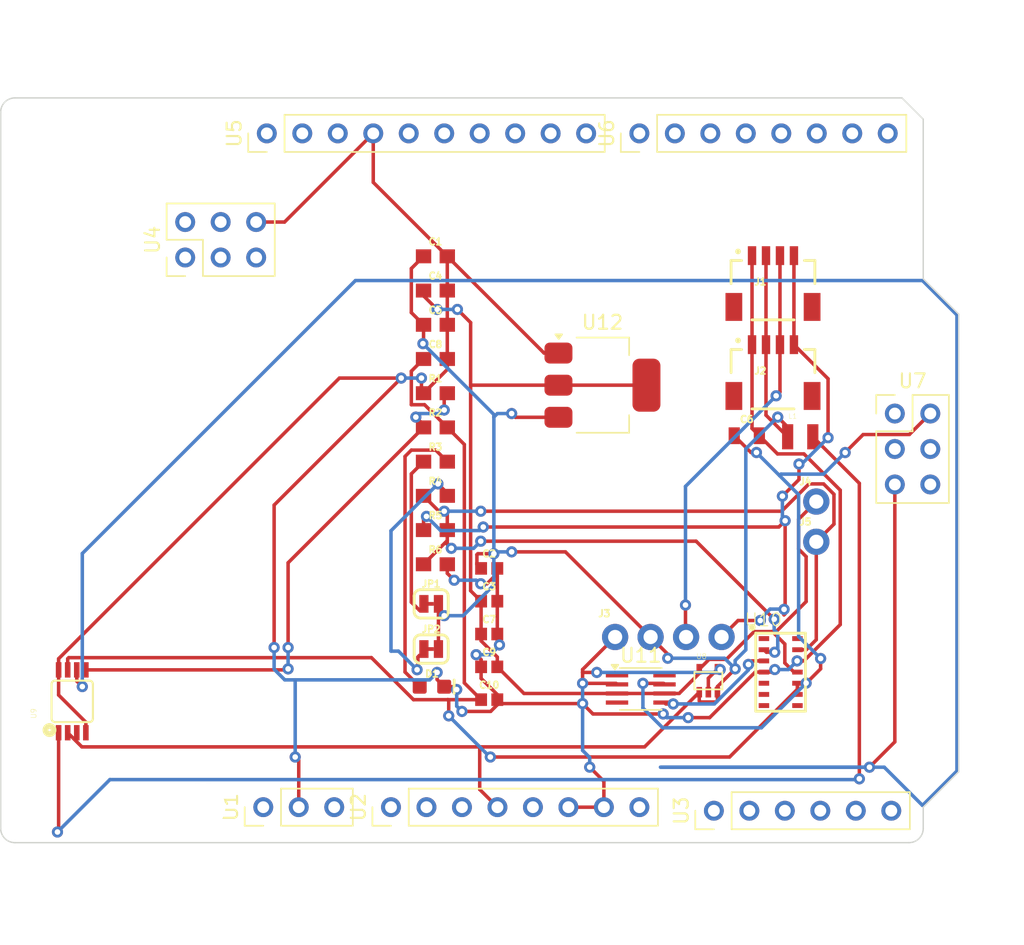
<source format=kicad_pcb>
(kicad_pcb (version 20240108) (generator "pcbnew") (generator_version "8.0")
  (title_block (title "Arduino UNO R4 Shield Template PCB") (date "2023-07-13") (rev "1.0") (company "MStackoverflow"))
  (layers (0 "F.Cu" signal) (31 "B.Cu" signal) (34 "B.Paste" user) (35 "F.Paste" user) (36 "B.SilkS" user "B.Silkscreen") (37 "F.SilkS" user "F.Silkscreen") (38 "B.Mask" user) (39 "F.Mask" user) (44 "Edge.Cuts" user))
  (net 0 "")
  (net 13 "3.3V")
  (net 14 "GND")
  (net 15 "1.8V")
  (net 16 "5V")
  (net 17 "Net-(D1-PadA)")
  (net 18 "Net-(JP1-Pad1)")
  (net 19 "Net-(JP2-Pad1)")
  (net 20 "Net-(U9-LX)")
  (net 21 "Net-(U9-FB)")
  (net 28 "LV_INT")
  (net 29 "MC_SDA")
  (net 43 "Net-(U7-RESET)")
  (net 44 "/SDA")
  (net 45 "MC_SCL")
  (footprint "SparkFun_MAX30101_Qwiic:0402" (layer "F.Cu") (at 141.6504 106.7888)
    (property "Reference" "C9")
    (property "Value" "0.1uF")
  )
  (footprint "SparkFun_MAX30101_Qwiic:0603" (layer "F.Cu") (at 137.8004 84.7388)
    (property "Reference" "C8")
    (property "Value" "10uF")
  )
  (footprint "Package_SO:SSOP-8_2.95x2.8mm_P0.65mm" (layer "F.Cu") (at 152.5 108.371)
    (property "Reference" "U11")
    (property "Value" "TXS0102DCT")
  )
  (footprint "SparkFun_MAX30101_Qwiic:0402" (layer "F.Cu") (at 141.6504 99.7364)
    (property "Reference" "C2")
    (property "Value" "0.1uF")
  )
  (footprint "SparkFun_MAX30101_Qwiic:JST04_1MM_RA" (layer "F.Cu") (at 161.965 77.336)
    (property "Reference" "J1")
    (property "Value" "QWIIC_RA")
  )
  (footprint "Shield:Arduino_MountingHole" (layer "F.Cu") (at 120.65 68.58)
    (property "Reference" "H1" (hide yes))
    (property "Value" "MountingHole_Arduino" (hide yes))
  )
  (footprint "Shield:Arduino_PinSocket_1x08_P2.54mm_Vertical" (layer "F.Cu") (at 134.62 116.84 90)
    (property "Reference" "U2")
    (property "Value" "Arduino_Header_Analog_1")
  )
  (footprint "SparkFun_MAX30101_Qwiic:0603" (layer "F.Cu") (at 137.8004 92.0912)
    (property "Reference" "R3")
    (property "Value" "1k")
  )
  (footprint "Shield:Arduino_MountingHole" (layer "F.Cu") (at 121.158 116.84)
    (property "Reference" "H4" (hide yes))
    (property "Value" "MountingHole_Arduino" (hide yes))
  )
  (footprint "SparkFun_MAX30101_Qwiic:MSOP8" (layer "F.Cu") (at 111.801 109.256)
    (property "Reference" "U9")
    (property "Value" "PAM2401")
  )
  (footprint "SparkFun_MAX30101_Qwiic:0603" (layer "F.Cu") (at 137.8004 79.8372)
    (property "Reference" "C4")
    (property "Value" "10uF")
  )
  (footprint "Shield:Arduino_PinSocket_1x08_P2.54mm_Vertical" (layer "F.Cu") (at 152.4 68.58 90)
    (property "Reference" "U6")
    (property "Value" "Arduino_Header_Digital_2")
  )
  (footprint "Shield:Arduino_MountingHole" (layer "F.Cu") (at 172.466 83.312)
    (property "Reference" "H2" (hide yes))
    (property "Value" "MountingHole_Arduino" (hide yes))
  )
  (footprint "SparkFun_MAX30101_Qwiic:0603" (layer "F.Cu") (at 137.8004 77.3864)
    (property "Reference" "C1")
    (property "Value" "10uF")
  )
  (footprint "SparkFun_MAX30101_Qwiic:0603" (layer "F.Cu") (at 137.8004 99.4436)
    (property "Reference" "R6")
    (property "Value" "1.8k")
  )
  (footprint "Shield:Arduino_PinSocket_1x03_P2.54mm_Vertical" (layer "F.Cu") (at 125.476 116.84 90)
    (property "Reference" "U1")
    (property "Value" "Arduino_Header_OFF")
  )
  (footprint "SparkFun_MAX30101_Qwiic:0806" (layer "F.Cu") (at 163.915 90.311)
    (property "Reference" "L1")
    (property "Value" "2.2μH")
  )
  (footprint "Shield:Arduino_PinSocket_1x06_P2.54mm_Vertical" (layer "F.Cu") (at 157.734 117.094 90)
    (property "Reference" "U3")
    (property "Value" "Arduino_Header_Analog_2")
  )
  (footprint "SparkFun_MAX30101_Qwiic:1X01_NO_SILK" (layer "F.Cu") (at 165.0648 97.8304)
    (property "Reference" "J5")
    (property "Value" "CONN_01PTH_NO_SILK_YES_STOP")
  )
  (footprint "SparkFun_MAX30101_Qwiic:SMT-JUMPER_2_NC_TRACE_SILK" (layer "F.Cu") (at 137.4958 105.5138)
    (property "Reference" "JP2")
    (property "Value" "INT")
  )
  (footprint "SparkFun_MAX30101_Qwiic:0402" (layer "F.Cu") (at 141.6504 102.0872)
    (property "Reference" "C3")
    (property "Value" "0.1uF")
  )
  (footprint "SparkFun_MAX30101_Qwiic:LED-0603" (layer "F.Cu") (at 137.552 108.20885)
    (property "Reference" "D1")
    (property "Value" "RED")
  )
  (footprint "SparkFun_MAX30101_Qwiic:SC70" (layer "F.Cu") (at 157.3385 107.781)
    (property "Reference" "U8")
    (property "Value" "1.8V/100mA")
  )
  (footprint "SparkFun_MAX30101_Qwiic:0603" (layer "F.Cu") (at 137.8004 87.1896)
    (property "Reference" "R1")
    (property "Value" "100k")
  )
  (footprint "SparkFun_MAX30101_Qwiic:0402" (layer "F.Cu") (at 141.6504 104.438)
    (property "Reference" "C7")
    (property "Value" "0.1uF")
  )
  (footprint "SparkFun_MAX30101_Qwiic:1X04_NO_SILK" (layer "F.Cu") (at 150.6648 104.6508)
    (property "Reference" "J3")
    (property "Value" "PTH")
  )
  (footprint "SparkFun_MAX30101_Qwiic:SMT-JUMPER_2_NC_TRACE_SILK" (layer "F.Cu") (at 137.4958 102.2786)
    (property "Reference" "JP1")
    (property "Value" "LED")
  )
  (footprint "SparkFun_MAX30101_Qwiic:14_PIN_OESIP" (layer "F.Cu") (at 162.50954 107.172809)
    (property "Reference" "U10")
    (property "Value" "MAX30101EFD")
  )
  (footprint "SparkFun_MAX30101_Qwiic:0603" (layer "F.Cu") (at 137.8004 82.288)
    (property "Reference" "C5")
    (property "Value" "10uF")
  )
  (footprint "SparkFun_MAX30101_Qwiic:JST04_1MM_RA" (layer "F.Cu") (at 161.965 83.7126)
    (property "Reference" "J2")
    (property "Value" "QWIIC_RA")
  )
  (footprint "Shield:Arduino_PinSocket_2x03_P2.54mm_Vertical" (layer "F.Cu") (at 119.888 77.47 90)
    (property "Reference" "U4")
    (property "Value" "Arduino_Header_ESP32-S3")
  )
  (footprint "SparkFun_MAX30101_Qwiic:0603" (layer "F.Cu") (at 137.8004 96.9928)
    (property "Reference" "R5")
    (property "Value" "3.2k")
  )
  (footprint "SparkFun_MAX30101_Qwiic:0805" (layer "F.Cu") (at 160.0904 90.2364)
    (property "Reference" "C6")
    (property "Value" "22uF")
  )
  (footprint "SparkFun_MAX30101_Qwiic:0603" (layer "F.Cu") (at 137.8004 94.542)
    (property "Reference" "R4")
    (property "Value" "4.7k")
  )
  (footprint "Shield:Arduino_MountingHole" (layer "F.Cu") (at 172.72 112.522)
    (property "Reference" "H3" (hide yes))
    (property "Value" "MountingHole_Arduino" (hide yes))
  )
  (footprint "Package_TO_SOT_SMD:SOT-223-3_TabPin2" (layer "F.Cu") (at 149.758 86.614)
    (property "Reference" "U12")
    (property "Value" "LD1117S18TR_SOT223")
  )
  (footprint "SparkFun_MAX30101_Qwiic:1X01_NO_SILK" (layer "F.Cu") (at 165.0648 94.9508)
    (property "Reference" "J4")
    (property "Value" "CONN_01PTH_NO_SILK_YES_STOP")
  )
  (footprint "Shield:Arduino_PinSocket_2x03_P2.54mm_Vertical" (layer "F.Cu") (at 170.688 88.646)
    (property "Reference" "U7")
    (property "Value" "Arduino_Header_ICSP")
  )
  (footprint "SparkFun_MAX30101_Qwiic:0402" (layer "F.Cu") (at 141.6504 109.1396)
    (property "Reference" "C10")
    (property "Value" "0.1uF")
  )
  (footprint "SparkFun_MAX30101_Qwiic:0603" (layer "F.Cu") (at 137.8004 89.6404)
    (property "Reference" "R2")
    (property "Value" "750K")
  )
  (footprint "Shield:Arduino_PinSocket_1x10_P2.54mm_Vertical" (layer "F.Cu") (at 125.73 68.58 90)
    (property "Reference" "U5")
    (property "Value" "Arduino_Header_Digital_1")
  )
  (gr_line (start 171.196 66.04) (end 172.72 67.564) (stroke (width 0.1)) (layer "Edge.Cuts"))
  (gr_arc (start 107.696 119.38) (mid 106.97758 119.08242) (end 106.68 118.364) (stroke (width 0.1)) (layer "Edge.Cuts"))
  (gr_line (start 172.72 78.994) (end 175.26 81.534) (stroke (width 0.1)) (layer "Edge.Cuts"))
  (gr_arc (start 172.72 118.364) (mid 172.42242 119.08242) (end 171.704 119.38) (stroke (width 0.1)) (layer "Edge.Cuts"))
  (gr_line (start 175.26 81.534) (end 175.26 114.3) (stroke (width 0.1)) (layer "Edge.Cuts"))
  (gr_line (start 171.704 119.38) (end 107.696 119.38) (stroke (width 0.1)) (layer "Edge.Cuts"))
  (gr_line (start 175.26 114.3) (end 172.72 116.84) (stroke (width 0.1)) (layer "Edge.Cuts"))
  (gr_line (start 172.72 67.564) (end 172.72 78.994) (stroke (width 0.1)) (layer "Edge.Cuts"))
  (gr_arc (start 106.68 67.056) (mid 106.97758 66.33758) (end 107.696 66.04) (stroke (width 0.1)) (layer "Edge.Cuts"))
  (gr_line (start 172.72 116.84) (end 172.72 118.364) (stroke (width 0.1)) (layer "Edge.Cuts"))
  (gr_line (start 107.696 66.04) (end 171.196 66.04) (stroke (width 0.1)) (layer "Edge.Cuts"))
  (gr_line (start 106.68 118.364) (end 106.68 67.056) (stroke (width 0.1)) (layer "Edge.Cuts"))
  (segment (start 141.984029 98.686398) (end 140.835602 98.686398) (width 0.25) (layer "F.Cu") (net 13))
  (segment (start 136.0754 78.2614) (end 136.0754 81.413) (width 0.25) (layer "F.Cu") (net 13))
  (segment (start 157.9135 109.306) (end 157.9885 109.231) (width 0.25) (layer "F.Cu") (net 13))
  (segment (start 138.0165 102.7105) (end 138.43 103.124) (width 0.25) (layer "F.Cu") (net 13))
  (segment (start 138.0165 102.2786) (end 138.0165 102.7105) (width 0.25) (layer "F.Cu") (net 13))
  (segment (start 163.015 90.311) (end 163.015 89.609) (width 0.25) (layer "F.Cu") (net 13))
  (segment (start 140.7704 98.7516) (end 140.7704 99.4364) (width 0.25) (layer "F.Cu") (net 13))
  (segment (start 146.608 88.914) (end 143.524 88.914) (width 0.25) (layer "F.Cu") (net 13))
  (segment (start 156.7635 109.306) (end 157.9135 109.306) (width 0.25) (layer "F.Cu") (net 13))
  (segment (start 161.465 88.761) (end 161.465 83.7126) (width 0.25) (layer "F.Cu") (net 13))
  (segment (start 140.835602 98.686398) (end 140.7704 98.7516) (width 0.25) (layer "F.Cu") (net 13))
  (segment (start 140.97 115.57) (end 140.97 112.522) (width 0.25) (layer "F.Cu") (net 13))
  (segment (start 140.7704 99.4364) (end 141.0704 99.7364) (width 0.25) (layer "F.Cu") (net 13))
  (segment (start 156.6885 108.606) (end 156.6885 109.231) (width 0.25) (layer "F.Cu") (net 13))
  (segment (start 157.9885 108.2035) (end 159.258 106.934) (width 0.25) (layer "F.Cu") (net 13))
  (segment (start 112.492 112.522) (end 140.97 112.522) (width 0.25) (layer "F.Cu") (net 13))
  (segment (start 157.9885 108.606) (end 157.9885 108.2035) (width 0.25) (layer "F.Cu") (net 13))
  (segment (start 154.432 105.878) (end 153.2048 104.6508) (width 0.25) (layer "F.Cu") (net 13))
  (segment (start 136.9504 77.3864) (end 136.0754 78.2614) (width 0.25) (layer "F.Cu") (net 13))
  (segment (start 161.465 83.7126) (end 161.465 77.336) (width 0.25) (layer "F.Cu") (net 13))
  (segment (start 153.2048 104.6508) (end 147.106 98.552) (width 0.25) (layer "F.Cu") (net 13))
  (segment (start 163.015 89.609) (end 162.306 88.9) (width 0.25) (layer "F.Cu") (net 13))
  (segment (start 143.524 88.914) (end 143.256 88.646) (width 0.25) (layer "F.Cu") (net 13))
  (segment (start 163.015 90.311) (end 161.465 88.761) (width 0.25) (layer "F.Cu") (net 13))
  (segment (start 136.9504 83.594398) (end 136.906 83.638798) (width 0.25) (layer "F.Cu") (net 13))
  (segment (start 154.432 106.172) (end 154.432 105.878) (width 0.25) (layer "F.Cu") (net 13))
  (segment (start 147.106 98.552) (end 143.256 98.552) (width 0.25) (layer "F.Cu") (net 13))
  (segment (start 136.9504 82.288) (end 136.9504 83.594398) (width 0.25) (layer "F.Cu") (net 13))
  (segment (start 142.24 116.84) (end 140.97 115.57) (width 0.25) (layer "F.Cu") (net 13))
  (segment (start 156.6885 109.231) (end 156.7635 109.306) (width 0.25) (layer "F.Cu") (net 13))
  (segment (start 157.9885 109.231) (end 157.9885 108.606) (width 0.25) (layer "F.Cu") (net 13))
  (segment (start 138.0165 102.2786) (end 138.0165 105.5138) (width 0.25) (layer "F.Cu") (net 13))
  (segment (start 140.97 112.522) (end 152.7725 112.522) (width 0.25) (layer "F.Cu") (net 13))
  (segment (start 136.0754 81.413) (end 136.9504 82.288) (width 0.25) (layer "F.Cu") (net 13))
  (segment (start 111.476 111.506) (end 112.492 112.522) (width 0.25) (layer "F.Cu") (net 13))
  (segment (start 152.7725 112.522) (end 156.6885 108.606) (width 0.25) (layer "F.Cu") (net 13))
  (via (at 136.906 83.638798) (size 0.8) (drill 0.4) (layers "F.Cu" "B.Cu") (net 13))
  (via (at 143.256 98.552) (size 0.8) (drill 0.4) (layers "F.Cu" "B.Cu") (net 13))
  (via (at 162.306 88.9) (size 0.8) (drill 0.4) (layers "F.Cu" "B.Cu") (net 13))
  (via (at 159.258 106.934) (size 0.8) (drill 0.4) (layers "F.Cu" "B.Cu") (net 13))
  (via (at 141.984029 98.686398) (size 0.8) (drill 0.4) (layers "F.Cu" "B.Cu") (net 13))
  (via (at 154.432 106.172) (size 0.8) (drill 0.4) (layers "F.Cu" "B.Cu") (net 13))
  (via (at 138.43 103.124) (size 0.8) (drill 0.4) (layers "F.Cu" "B.Cu") (net 13))
  (via (at 143.256 88.646) (size 0.8) (drill 0.4) (layers "F.Cu" "B.Cu") (net 13))
  (segment (start 142.118427 98.552) (end 141.984029 98.686398) (width 0.25) (layer "B.Cu") (net 13))
  (segment (start 143.256 88.646) (end 142.238029 88.646) (width 0.25) (layer "B.Cu") (net 13))
  (segment (start 159.258 106.33339) (end 159.258 106.934) (width 0.25) (layer "B.Cu") (net 13))
  (segment (start 136.906 83.638798) (end 141.984029 88.716827) (width 0.25) (layer "B.Cu") (net 13))
  (segment (start 143.256 98.552) (end 142.118427 98.552) (width 0.25) (layer "B.Cu") (net 13))
  (segment (start 158.496 106.172) (end 154.432 106.172) (width 0.25) (layer "B.Cu") (net 13))
  (segment (start 141.984029 88.716827) (end 141.984029 88.9) (width 0.25) (layer "B.Cu") (net 13))
  (segment (start 160.02 105.57139) (end 159.258 106.33339) (width 0.25) (layer "B.Cu") (net 13))
  (segment (start 141.984029 100.924676) (end 141.984029 98.686398) (width 0.25) (layer "B.Cu") (net 13))
  (segment (start 162.306 88.9) (end 162.293097 88.9) (width 0.25) (layer "B.Cu") (net 13))
  (segment (start 141.984029 88.9) (end 141.984029 98.686398) (width 0.25) (layer "B.Cu") (net 13))
  (segment (start 139.784705 103.124) (end 141.984029 100.924676) (width 0.25) (layer "B.Cu") (net 13))
  (segment (start 160.02 91.173097) (end 160.02 105.57139) (width 0.25) (layer "B.Cu") (net 13))
  (segment (start 142.238029 88.646) (end 141.984029 88.9) (width 0.25) (layer "B.Cu") (net 13))
  (segment (start 138.43 103.124) (end 139.784705 103.124) (width 0.25) (layer "B.Cu") (net 13))
  (segment (start 162.293097 88.9) (end 160.02 91.173097) (width 0.25) (layer "B.Cu") (net 13))
  (segment (start 159.258 106.934) (end 158.496 106.172) (width 0.25) (layer "B.Cu") (net 13))
  (segment (start 146.608 84.314) (end 145.578 84.314) (width 0.25) (layer "F.Cu") (net 14))
  (segment (start 157.429097 110.426903) (end 155.892903 110.426903) (width 0.25) (layer "F.Cu") (net 14))
  (segment (start 160.465 89.711) (end 160.465 83.7126) (width 0.25) (layer "F.Cu") (net 14))
  (segment (start 154.105597 110.163597) (end 149.078597 110.163597) (width 0.25) (layer "F.Cu") (net 14))
  (segment (start 150.725 107.971) (end 150.8 108.046) (width 0.25) (layer "F.Cu") (net 14))
  (segment (start 142.2304 109.5046) (end 142.2304 109.1396) (width 0.25) (layer "F.Cu") (net 14))
  (segment (start 138.6504 77.3864) (end 138.6504 79.8372) (width 0.25) (layer "F.Cu") (net 14))
  (segment (start 148.336 106.9796) (end 150.6648 104.6508) (width 0.25) (layer "F.Cu") (net 14))
  (segment (start 160.692 107.164) (end 157.429097 110.426903) (width 0.25) (layer "F.Cu") (net 14))
  (segment (start 141.0704 106.7888) (end 141.0704 107.6146) (width 0.25) (layer "F.Cu") (net 14))
  (segment (start 141.0454 100.838) (end 141.4938 100.838) (width 0.25) (layer "F.Cu") (net 14))
  (segment (start 161.914561 107.164) (end 162.095523 106.983038) (width 0.25) (layer "F.Cu") (net 14))
  (segment (start 110.826 108.806) (end 112.776 110.756) (width 0.25) (layer "F.Cu") (net 14))
  (segment (start 149.86 116.84) (end 147.32 116.84) (width 0.25) (layer "F.Cu") (net 14))
  (segment (start 149.078597 110.163597) (end 148.336 109.421) (width 0.25) (layer "F.Cu") (net 14))
  (segment (start 141.0704 107.6146) (end 142.2304 108.7746) (width 0.25) (layer "F.Cu") (net 14))
  (segment (start 137.922 107.70185) (end 138.429 108.20885) (width 0.25) (layer "F.Cu") (net 14))
  (segment (start 161.317 107.164) (end 160.692 107.164) (width 0.25) (layer "F.Cu") (net 14))
  (segment (start 166.7796 94.1356) (end 164.18 91.536) (width 0.25) (layer "F.Cu") (net 14))
  (segment (start 126.253997 95.202403) (end 126.253997 105.406) (width 0.25) (layer "F.Cu") (net 14))
  (segment (start 142.2304 102.0872) (end 142.2304 104.438) (width 0.25) (layer "F.Cu") (net 14))
  (segment (start 138.6504 85.4896) (end 136.9504 87.1896) (width 0.25) (layer "F.Cu") (net 14))
  (segment (start 138.6504 100.089) (end 139.1454 100.584) (width 0.25) (layer "F.Cu") (net 14))
  (segment (start 124.968 74.93) (end 127 74.93) (width 0.25) (layer "F.Cu") (net 14))
  (segment (start 127 74.93) (end 133.35 68.58) (width 0.25) (layer "F.Cu") (net 14))
  (segment (start 166.7796 103.762795) (end 166.7796 94.1356) (width 0.25) (layer "F.Cu") (net 14))
  (segment (start 148.336 107.971) (end 148.336 107.188) (width 0.25) (layer "F.Cu") (net 14))
  (segment (start 142.2304 108.7746) (end 142.2304 109.1396) (width 0.25) (layer "F.Cu") (net 14))
  (segment (start 157.9885 106.956) (end 157.3385 107.606) (width 0.25) (layer "F.Cu") (net 14))
  (segment (start 136.8004 87.0396) (end 136.9504 87.1896) (width 0.25) (layer "F.Cu") (net 14))
  (segment (start 136.8004 86.106) (end 136.8004 87.0396) (width 0.25) (layer "F.Cu") (net 14))
  (segment (start 139.7 109.982) (end 141.753 109.982) (width 0.25) (layer "F.Cu") (net 14))
  (segment (start 128.016 113.501) (end 127.762 113.247) (width 0.25) (layer "F.Cu") (net 14))
  (segment (start 161.317 107.164) (end 161.914561 107.164) (width 0.25) (layer "F.Cu") (net 14))
  (segment (start 162.29 91.536) (end 160.9904 90.2364) (width 0.25) (layer "F.Cu") (net 14))
  (segment (start 138.429 108.20885) (end 139.116927 108.20885) (width 0.25) (layer "F.Cu") (net 14))
  (segment (start 142.2304 109.1396) (end 142.5118 109.421) (width 0.25) (layer "F.Cu") (net 14))
  (segment (start 163.691999 106.364) (end 164.178395 106.364) (width 0.25) (layer "F.Cu") (net 14))
  (segment (start 137.922 107.188) (end 137.922 107.70185) (width 0.25) (layer "F.Cu") (net 14))
  (segment (start 128.016 116.84) (end 128.016 113.501) (width 0.25) (layer "F.Cu") (net 14))
  (segment (start 110.826 107.006) (end 110.826 108.806) (width 0.25) (layer "F.Cu") (net 14))
  (segment (start 142.2304 105.063494) (end 142.385715 105.218809) (width 0.25) (layer "F.Cu") (net 14))
  (segment (start 138.6504 79.8372) (end 138.6504 82.288) (width 0.25) (layer "F.Cu") (net 14))
  (segment (start 142.2304 100.1014) (end 142.2304 99.7364) (width 0.25) (layer "F.Cu") (net 14))
  (segment (start 164.178395 106.364) (end 166.7796 103.762795) (width 0.25) (layer "F.Cu") (net 14))
  (segment (start 148.336 107.188) (end 148.336 106.9796) (width 0.25) (layer "F.Cu") (net 14))
  (segment (start 110.826 107.006) (end 110.826 106.206) (width 0.25) (layer "F.Cu") (net 14))
  (segment (start 142.2304 102.0872) (end 142.2304 99.7364) (width 0.25) (layer "F.Cu") (net 14))
  (segment (start 135.3504 86.106) (end 126.253997 95.202403) (width 0.25) (layer "F.Cu") (net 14))
  (segment (start 139.116927 108.20885) (end 139.322678 108.414601) (width 0.25) (layer "F.Cu") (net 14))
  (segment (start 130.926 86.106) (end 135.3504 86.106) (width 0.25) (layer "F.Cu") (net 14))
  (segment (start 142.5118 109.421) (end 148.336 109.421) (width 0.25) (layer "F.Cu") (net 14))
  (segment (start 138.6504 99.4436) (end 138.6504 100.089) (width 0.25) (layer "F.Cu") (net 14))
  (segment (start 164.18 91.536) (end 162.29 91.536) (width 0.25) (layer "F.Cu") (net 14))
  (segment (start 149.352 107.188) (end 148.336 107.188) (width 0.25) (layer "F.Cu") (net 14))
  (segment (start 145.578 84.314) (end 138.6504 77.3864) (width 0.25) (layer "F.Cu") (net 14))
  (segment (start 138.6504 82.288) (end 138.6504 84.7388) (width 0.25) (layer "F.Cu") (net 14))
  (segment (start 141.4938 100.838) (end 142.2304 100.1014) (width 0.25) (layer "F.Cu") (net 14))
  (segment (start 157.9885 106.956) (end 158.160697 106.956) (width 0.25) (layer "F.Cu") (net 14))
  (segment (start 148.336 107.971) (end 150.725 107.971) (width 0.25) (layer "F.Cu") (net 14))
  (segment (start 158.160697 106.956) (end 158.185696 106.980999) (width 0.25) (layer "F.Cu") (net 14))
  (segment (start 112.776 110.756) (end 112.776 111.506) (width 0.25) (layer "F.Cu") (net 14))
  (segment (start 141.753 109.982) (end 142.2304 109.5046) (width 0.25) (layer "F.Cu") (net 14))
  (segment (start 138.6504 84.7388) (end 138.6504 85.4896) (width 0.25) (layer "F.Cu") (net 14))
  (segment (start 163.691999 106.364) (end 163.716999 106.364) (width 0.25) (layer "F.Cu") (net 14))
  (segment (start 141.0704 106.7888) (end 141.0704 106.2724) (width 0.25) (layer "F.Cu") (net 14))
  (segment (start 157.3385 107.606) (end 157.3385 108.606) (width 0.25) (layer "F.Cu") (net 14))
  (segment (start 160.465 83.7126) (end 160.465 77.336) (width 0.25) (layer "F.Cu") (net 14))
  (segment (start 133.35 68.58) (end 133.35 72.086) (width 0.25) (layer "F.Cu") (net 14))
  (segment (start 133.35 72.086) (end 138.6504 77.3864) (width 0.25) (layer "F.Cu") (net 14))
  (segment (start 149.86 116.84) (end 149.86 114.988) (width 0.25) (layer "F.Cu") (net 14))
  (segment (start 149.86 114.988) (end 148.844 113.972) (width 0.25) (layer "F.Cu") (net 14))
  (segment (start 141.0704 106.2724) (end 140.716 105.918) (width 0.25) (layer "F.Cu") (net 14))
  (segment (start 142.2304 104.438) (end 142.2304 105.063494) (width 0.25) (layer "F.Cu") (net 14))
  (segment (start 110.826 106.206) (end 130.926 86.106) (width 0.25) (layer "F.Cu") (net 14))
  (segment (start 160.9904 90.2364) (end 160.465 89.711) (width 0.25) (layer "F.Cu") (net 14))
  (via (at 127.762 113.247) (size 0.8) (drill 0.4) (layers "F.Cu" "B.Cu") (net 14))
  (via (at 126.253997 105.406) (size 0.8) (drill 0.4) (layers "F.Cu" "B.Cu") (net 14))
  (via (at 158.185696 106.980999) (size 0.8) (drill 0.4) (layers "F.Cu" "B.Cu") (net 14))
  (via (at 140.716 105.918) (size 0.8) (drill 0.4) (layers "F.Cu" "B.Cu") (net 14))
  (via (at 154.105597 110.163597) (size 0.8) (drill 0.4) (layers "F.Cu" "B.Cu") (net 14))
  (via (at 148.844 113.972) (size 0.8) (drill 0.4) (layers "F.Cu" "B.Cu") (net 14))
  (via (at 139.322678 108.414601) (size 0.8) (drill 0.4) (layers "F.Cu" "B.Cu") (net 14))
  (via (at 136.8004 86.106) (size 0.8) (drill 0.4) (layers "F.Cu" "B.Cu") (net 14))
  (via (at 141.0454 100.838) (size 0.8) (drill 0.4) (layers "F.Cu" "B.Cu") (net 14))
  (via (at 139.7 109.982) (size 0.8) (drill 0.4) (layers "F.Cu" "B.Cu") (net 14))
  (via (at 135.3504 86.106) (size 0.8) (drill 0.4) (layers "F.Cu" "B.Cu") (net 14))
  (via (at 148.336 109.421) (size 0.8) (drill 0.4) (layers "F.Cu" "B.Cu") (net 14))
  (via (at 142.385715 105.218809) (size 0.8) (drill 0.4) (layers "F.Cu" "B.Cu") (net 14))
  (via (at 163.691999 106.364) (size 0.8) (drill 0.4) (layers "F.Cu" "B.Cu") (net 14))
  (via (at 162.095523 106.983038) (size 0.8) (drill 0.4) (layers "F.Cu" "B.Cu") (net 14))
  (via (at 155.892903 110.426903) (size 0.8) (drill 0.4) (layers "F.Cu" "B.Cu") (net 14))
  (via (at 139.1454 100.584) (size 0.8) (drill 0.4) (layers "F.Cu" "B.Cu") (net 14))
  (via (at 149.352 107.188) (size 0.8) (drill 0.4) (layers "F.Cu" "B.Cu") (net 14))
  (via (at 137.922 107.188) (size 0.8) (drill 0.4) (layers "F.Cu" "B.Cu") (net 14))
  (via (at 148.336 107.971) (size 0.8) (drill 0.4) (layers "F.Cu" "B.Cu") (net 14))
  (segment (start 148.844 113.284) (end 148.336 112.776) (width 0.25) (layer "B.Cu") (net 14))
  (segment (start 158.185696 106.980999) (end 157.978695 107.188) (width 0.25) (layer "B.Cu") (net 14))
  (segment (start 163.072961 106.983038) (end 163.691999 106.364) (width 0.25) (layer "B.Cu") (net 14))
  (segment (start 154.368903 110.426903) (end 154.105597 110.163597) (width 0.25) (layer "B.Cu") (net 14))
  (segment (start 157.978695 107.188) (end 149.352 107.188) (width 0.25) (layer "B.Cu") (net 14))
  (segment (start 142.385715 105.264285) (end 142.385715 105.218809) (width 0.25) (layer "B.Cu") (net 14))
  (segment (start 140.716 105.918) (end 141.732 105.918) (width 0.25) (layer "B.Cu") (net 14))
  (segment (start 135.3504 86.106) (end 136.8004 86.106) (width 0.25) (layer "B.Cu") (net 14))
  (segment (start 127.762 107.720214) (end 137.389786 107.720214) (width 0.25) (layer "B.Cu") (net 14))
  (segment (start 148.336 112.776) (end 148.336 109.421) (width 0.25) (layer "B.Cu") (net 14))
  (segment (start 148.844 113.972) (end 148.844 113.284) (width 0.25) (layer "B.Cu") (net 14))
  (segment (start 162.095523 106.983038) (end 163.072961 106.983038) (width 0.25) (layer "B.Cu") (net 14))
  (segment (start 139.322678 109.604678) (end 139.7 109.982) (width 0.25) (layer "B.Cu") (net 14))
  (segment (start 140.97 100.838) (end 141.0454 100.838) (width 0.25) (layer "B.Cu") (net 14))
  (segment (start 127.014909 107.720214) (end 127.762 107.720214) (width 0.25) (layer "B.Cu") (net 14))
  (segment (start 148.336 109.421) (end 148.336 107.971) (width 0.25) (layer "B.Cu") (net 14))
  (segment (start 126.253997 105.406) (end 126.253997 106.959302) (width 0.25) (layer "B.Cu") (net 14))
  (segment (start 127.762 113.247) (end 127.762 107.720214) (width 0.25) (layer "B.Cu") (net 14))
  (segment (start 139.1454 100.584) (end 140.716 100.584) (width 0.25) (layer "B.Cu") (net 14))
  (segment (start 137.389786 107.720214) (end 137.922 107.188) (width 0.25) (layer "B.Cu") (net 14))
  (segment (start 140.716 100.584) (end 140.97 100.838) (width 0.25) (layer "B.Cu") (net 14))
  (segment (start 126.253997 106.959302) (end 127.014909 107.720214) (width 0.25) (layer "B.Cu") (net 14))
  (segment (start 141.732 105.918) (end 142.385715 105.264285) (width 0.25) (layer "B.Cu") (net 14))
  (segment (start 139.322678 108.414601) (end 139.322678 109.604678) (width 0.25) (layer "B.Cu") (net 14))
  (segment (start 155.892903 110.426903) (end 154.368903 110.426903) (width 0.25) (layer "B.Cu") (net 14))
  (segment (start 164.338 102.117305) (end 164.338 98.892298) (width 0.25) (layer "F.Cu") (net 15))
  (segment (start 164.338 98.892298) (end 163.8 98.354298) (width 0.25) (layer "F.Cu") (net 15))
  (segment (start 163.8 96.2156) (end 165.0648 94.9508) (width 0.25) (layer "F.Cu") (net 15))
  (segment (start 162.191305 104.264) (end 164.338 102.117305) (width 0.25) (layer "F.Cu") (net 15))
  (segment (start 154.2 108.696) (end 155.25 108.696) (width 0.25) (layer "F.Cu") (net 15))
  (segment (start 160.617 104.264) (end 161.922 104.264) (width 0.25) (layer "F.Cu") (net 15))
  (segment (start 141.0704 104.9288) (end 142.2304 106.0888) (width 0.25) (layer "F.Cu") (net 15))
  (segment (start 146.608 86.614) (end 140.3204 86.614) (width 0.25) (layer "F.Cu") (net 15))
  (segment (start 136.9504 79.8372) (end 136.9504 80.212998) (width 0.25) (layer "F.Cu") (net 15))
  (segment (start 156.6885 106.956) (end 157.3885 106.256) (width 0.25) (layer "F.Cu") (net 15))
  (segment (start 141.0704 102.0872) (end 141.0704 104.438) (width 0.25) (layer "F.Cu") (net 15))
  (segment (start 144.1376 108.696) (end 150.8 108.696) (width 0.25) (layer "F.Cu") (net 15))
  (segment (start 162.814 106.511306) (end 162.814 105.156) (width 0.25) (layer "F.Cu") (net 15))
  (segment (start 163.716999 107.164) (end 163.466694 107.164) (width 0.25) (layer "F.Cu") (net 15))
  (segment (start 136.9504 80.212998) (end 137.9254 81.187998) (width 0.25) (layer "F.Cu") (net 15))
  (segment (start 161.922 104.264) (end 162.191305 104.264) (width 0.25) (layer "F.Cu") (net 15))
  (segment (start 156.6885 107.2575) (end 156.6885 106.956) (width 0.25) (layer "F.Cu") (net 15))
  (segment (start 140.3204 82.132998) (end 140.3204 86.614) (width 0.25) (layer "F.Cu") (net 15))
  (segment (start 163.8 98.354298) (end 163.8 96.2156) (width 0.25) (layer "F.Cu") (net 15))
  (segment (start 141.0704 104.438) (end 141.0704 104.9288) (width 0.25) (layer "F.Cu") (net 15))
  (segment (start 162.814 105.156) (end 161.922 104.264) (width 0.25) (layer "F.Cu") (net 15))
  (segment (start 158.625 106.256) (end 160.617 104.264) (width 0.25) (layer "F.Cu") (net 15))
  (segment (start 140.3204 101.3372) (end 141.0704 102.0872) (width 0.25) (layer "F.Cu") (net 15))
  (segment (start 150.8 108.696) (end 154.2 108.696) (width 0.25) (layer "F.Cu") (net 15))
  (segment (start 140.3204 86.614) (end 140.3204 101.3372) (width 0.25) (layer "F.Cu") (net 15))
  (segment (start 139.3754 81.187998) (end 140.3204 82.132998) (width 0.25) (layer "F.Cu") (net 15))
  (segment (start 157.3885 106.256) (end 158.625 106.256) (width 0.25) (layer "F.Cu") (net 15))
  (segment (start 155.25 108.696) (end 156.6885 107.2575) (width 0.25) (layer "F.Cu") (net 15))
  (segment (start 142.2304 106.0888) (end 142.2304 106.7888) (width 0.25) (layer "F.Cu") (net 15))
  (segment (start 146.608 86.614) (end 152.908 86.614) (width 0.25) (layer "F.Cu") (net 15))
  (segment (start 142.2304 106.7888) (end 144.1376 108.696) (width 0.25) (layer "F.Cu") (net 15))
  (segment (start 163.466694 107.164) (end 162.814 106.511306) (width 0.25) (layer "F.Cu") (net 15))
  (via (at 139.3754 81.187998) (size 0.8) (drill 0.4) (layers "F.Cu" "B.Cu") (net 15))
  (via (at 137.9254 81.187998) (size 0.8) (drill 0.4) (layers "F.Cu" "B.Cu") (net 15))
  (segment (start 139.192 81.28) (end 139.283398 81.28) (width 0.25) (layer "B.Cu") (net 15))
  (segment (start 137.9254 81.187998) (end 139.099998 81.187998) (width 0.25) (layer "B.Cu") (net 15))
  (segment (start 139.099998 81.187998) (end 139.192 81.28) (width 0.25) (layer "B.Cu") (net 15))
  (segment (start 139.283398 81.28) (end 139.3754 81.187998) (width 0.25) (layer "B.Cu") (net 15))
  (segment (start 152.654 107.971) (end 154.125 107.971) (width 0.25) (layer "F.Cu") (net 16))
  (segment (start 173.228 88.646) (end 171.724 90.15) (width 0.25) (layer "F.Cu") (net 16))
  (segment (start 138.684 109.1396) (end 141.0704 109.1396) (width 0.25) (layer "F.Cu") (net 16))
  (segment (start 160.782 91.436402) (end 160.390402 91.436402) (width 0.25) (layer "F.Cu") (net 16))
  (segment (start 111.551 106.131) (end 133.221242 106.131) (width 0.25) (layer "F.Cu") (net 16))
  (segment (start 138.6504 89.6404) (end 139.8704 90.8604) (width 0.25) (layer "F.Cu") (net 16))
  (segment (start 165.37485 106.931148) (end 165.37485 106.192851) (width 0.25) (layer "F.Cu") (net 16))
  (segment (start 111.476 106.206) (end 111.551 106.131) (width 0.25) (layer "F.Cu") (net 16))
  (segment (start 171.724 90.15) (end 168.422 90.15) (width 0.25) (layer "F.Cu") (net 16))
  (segment (start 136.0754 85.6138) (end 136.0754 88.0146) (width 0.25) (layer "F.Cu") (net 16))
  (segment (start 111.476 107.006) (end 111.476 106.206) (width 0.25) (layer "F.Cu") (net 16))
  (segment (start 168.422 90.15) (end 167.132 91.44) (width 0.25) (layer "F.Cu") (net 16))
  (segment (start 163.716999 107.963999) (end 163.716999 108.763999) (width 0.25) (layer "F.Cu") (net 16))
  (segment (start 138.751314 110.298228) (end 138.751314 109.206914) (width 0.25) (layer "F.Cu") (net 16))
  (segment (start 163.716999 108.388999) (end 158.858998 113.247) (width 0.25) (layer "F.Cu") (net 16))
  (segment (start 133.221242 106.131) (end 136.229842 109.1396) (width 0.25) (layer "F.Cu") (net 16))
  (segment (start 164.324001 107.963999) (end 164.338 107.95) (width 0.25) (layer "F.Cu") (net 16))
  (segment (start 138.751314 109.206914) (end 138.684 109.1396) (width 0.25) (layer "F.Cu") (net 16))
  (segment (start 160.390402 91.436402) (end 159.1904 90.2364) (width 0.25) (layer "F.Cu") (net 16))
  (segment (start 137.0246 88.0146) (end 138.6504 89.6404) (width 0.25) (layer "F.Cu") (net 16))
  (segment (start 163.716999 107.963999) (end 164.341999 107.963999) (width 0.25) (layer "F.Cu") (net 16))
  (segment (start 139.8704 107.9396) (end 141.0704 109.1396) (width 0.25) (layer "F.Cu") (net 16))
  (segment (start 139.8704 90.8604) (end 139.8704 107.9396) (width 0.25) (layer "F.Cu") (net 16))
  (segment (start 163.716999 107.963999) (end 164.324001 107.963999) (width 0.25) (layer "F.Cu") (net 16))
  (segment (start 154.125 107.971) (end 154.2 108.046) (width 0.25) (layer "F.Cu") (net 16))
  (segment (start 136.9504 84.7388) (end 136.0754 85.6138) (width 0.25) (layer "F.Cu") (net 16))
  (segment (start 136.229842 109.1396) (end 138.684 109.1396) (width 0.25) (layer "F.Cu") (net 16))
  (segment (start 136.0754 88.0146) (end 137.0246 88.0146) (width 0.25) (layer "F.Cu") (net 16))
  (segment (start 158.858998 113.247) (end 141.732 113.247) (width 0.25) (layer "F.Cu") (net 16))
  (segment (start 163.716999 107.963999) (end 163.716999 108.388999) (width 0.25) (layer "F.Cu") (net 16))
  (segment (start 164.341999 107.963999) (end 165.37485 106.931148) (width 0.25) (layer "F.Cu") (net 16))
  (via (at 167.132 91.44) (size 0.8) (drill 0.4) (layers "F.Cu" "B.Cu") (net 16))
  (via (at 138.751314 110.298228) (size 0.8) (drill 0.4) (layers "F.Cu" "B.Cu") (net 16))
  (via (at 165.37485 106.192851) (size 0.8) (drill 0.4) (layers "F.Cu" "B.Cu") (net 16))
  (via (at 160.782 91.436402) (size 0.8) (drill 0.4) (layers "F.Cu" "B.Cu") (net 16))
  (via (at 152.654 107.971) (size 0.8) (drill 0.4) (layers "F.Cu" "B.Cu") (net 16))
  (via (at 164.338 107.95) (size 0.8) (drill 0.4) (layers "F.Cu" "B.Cu") (net 16))
  (via (at 141.732 113.247) (size 0.8) (drill 0.4) (layers "F.Cu" "B.Cu") (net 16))
  (segment (start 141.700086 113.247) (end 138.751314 110.298228) (width 0.25) (layer "B.Cu") (net 16))
  (segment (start 152.654 109.737305) (end 152.654 107.971) (width 0.25) (layer "B.Cu") (net 16))
  (segment (start 165.586 92.986) (end 162.538 92.986) (width 0.25) (layer "B.Cu") (net 16))
  (segment (start 163.8 104.618001) (end 163.8 94.454402) (width 0.25) (layer "B.Cu") (net 16))
  (segment (start 162.538 92.986) (end 162.434799 93.089201) (width 0.25) (layer "B.Cu") (net 16))
  (segment (start 167.132 91.44) (end 165.586 92.986) (width 0.25) (layer "B.Cu") (net 16))
  (segment (start 141.732 113.247) (end 141.700086 113.247) (width 0.25) (layer "B.Cu") (net 16))
  (segment (start 164.338 107.95) (end 161.136097 111.151903) (width 0.25) (layer "B.Cu") (net 16))
  (segment (start 154.068598 111.151903) (end 152.654 109.737305) (width 0.25) (layer "B.Cu") (net 16))
  (segment (start 162.434799 93.089201) (end 160.782 91.436402) (width 0.25) (layer "B.Cu") (net 16))
  (segment (start 165.37485 106.192851) (end 163.8 104.618001) (width 0.25) (layer "B.Cu") (net 16))
  (segment (start 163.8 94.454402) (end 162.434799 93.089201) (width 0.25) (layer "B.Cu") (net 16))
  (segment (start 161.136097 111.151903) (end 154.068598 111.151903) (width 0.25) (layer "B.Cu") (net 16))
  (segment (start 136.0754 91.2662) (end 135.6254 91.7162) (width 0.25) (layer "F.Cu") (net 17))
  (segment (start 135.6254 107.15925) (end 136.675 108.20885) (width 0.25) (layer "F.Cu") (net 17))
  (segment (start 135.6254 91.7162) (end 135.6254 107.15925) (width 0.25) (layer "F.Cu") (net 17))
  (segment (start 138.6504 92.0912) (end 137.8254 91.2662) (width 0.25) (layer "F.Cu") (net 17))
  (segment (start 137.8254 91.2662) (end 136.0754 91.2662) (width 0.25) (layer "F.Cu") (net 17))
  (segment (start 136.0754 92.9662) (end 136.0754 102.15602) (width 0.25) (layer "F.Cu") (net 18))
  (segment (start 136.0754 102.15602) (end 136.65633 102.73695) (width 0.25) (layer "F.Cu") (net 18))
  (segment (start 136.65633 102.73695) (end 136.9751 102.73695) (width 0.25) (layer "F.Cu") (net 18))
  (segment (start 136.9504 92.0912) (end 136.0754 92.9662) (width 0.25) (layer "F.Cu") (net 18))
  (segment (start 138.6504 94.542) (end 138.6504 94.352035) (width 0.25) (layer "F.Cu") (net 19))
  (segment (start 136.65633 105.97215) (end 136.9751 105.97215) (width 0.25) (layer "F.Cu") (net 19))
  (segment (start 136.547883 106.080597) (end 136.65633 105.97215) (width 0.25) (layer "F.Cu") (net 19))
  (segment (start 138.6504 94.352035) (end 137.98051 93.682145) (width 0.25) (layer "F.Cu") (net 19))
  (segment (start 136.486669 106.995214) (end 136.547883 106.934) (width 0.25) (layer "F.Cu") (net 19))
  (segment (start 136.547883 106.934) (end 136.547883 106.080597) (width 0.25) (layer "F.Cu") (net 19))
  (via (at 137.98051 93.682145) (size 0.8) (drill 0.4) (layers "F.Cu" "B.Cu") (net 19))
  (via (at 136.486669 106.995214) (size 0.8) (drill 0.4) (layers "F.Cu" "B.Cu") (net 19))
  (segment (start 134.62 105.664) (end 135.155455 105.664) (width 0.25) (layer "B.Cu") (net 19))
  (segment (start 135.155455 105.664) (end 136.486669 106.995214) (width 0.25) (layer "B.Cu") (net 19))
  (segment (start 134.62 97.042655) (end 134.62 105.664) (width 0.25) (layer "B.Cu") (net 19))
  (segment (start 137.98051 93.682145) (end 134.62 97.042655) (width 0.25) (layer "B.Cu") (net 19))
  (segment (start 110.826 111.506) (end 110.826 118.536) (width 0.25) (layer "F.Cu") (net 20))
  (segment (start 110.826 118.536) (end 110.744 118.618) (width 0.25) (layer "F.Cu") (net 20))
  (segment (start 168.148 93.644) (end 164.815 90.311) (width 0.25) (layer "F.Cu") (net 20))
  (segment (start 168.148 114.808) (end 168.148 93.644) (width 0.25) (layer "F.Cu") (net 20))
  (via (at 168.148 114.808) (size 0.8) (drill 0.4) (layers "F.Cu" "B.Cu") (net 20))
  (via (at 110.744 118.618) (size 0.8) (drill 0.4) (layers "F.Cu" "B.Cu") (net 20))
  (segment (start 110.744 118.618) (end 114.496945 114.865055) (width 0.25) (layer "B.Cu") (net 20))
  (segment (start 114.496945 114.865055) (end 168.090945 114.865055) (width 0.25) (layer "B.Cu") (net 20))
  (segment (start 168.090945 114.865055) (end 168.148 114.808) (width 0.25) (layer "B.Cu") (net 20))
  (segment (start 127.254 99.3368) (end 136.9504 89.6404) (width 0.25) (layer "F.Cu") (net 21))
  (segment (start 136.9504 89.6404) (end 136.9504 89.4524) (width 0.25) (layer "F.Cu") (net 21))
  (segment (start 138.428653 87.411347) (end 138.6504 87.1896) (width 0.25) (layer "F.Cu") (net 21))
  (segment (start 112.776 107.006) (end 127.182 107.006) (width 0.25) (layer "F.Cu") (net 21))
  (segment (start 138.428653 88.393347) (end 138.428653 87.411347) (width 0.25) (layer "F.Cu") (net 21))
  (segment (start 127.182 107.006) (end 127.254 106.934) (width 0.25) (layer "F.Cu") (net 21))
  (segment (start 136.9504 89.4524) (end 136.398 88.9) (width 0.25) (layer "F.Cu") (net 21))
  (segment (start 127.254 105.406) (end 127.254 99.3368) (width 0.25) (layer "F.Cu") (net 21))
  (via (at 138.428653 88.393347) (size 0.8) (drill 0.4) (layers "F.Cu" "B.Cu") (net 21))
  (via (at 136.398 88.9) (size 0.8) (drill 0.4) (layers "F.Cu" "B.Cu") (net 21))
  (via (at 127.254 105.406) (size 0.8) (drill 0.4) (layers "F.Cu" "B.Cu") (net 21))
  (via (at 127.254 106.934) (size 0.8) (drill 0.4) (layers "F.Cu" "B.Cu") (net 21))
  (segment (start 136.398 88.9) (end 136.652 88.646) (width 0.25) (layer "B.Cu") (net 21))
  (segment (start 138.176 88.646) (end 138.428653 88.393347) (width 0.25) (layer "B.Cu") (net 21))
  (segment (start 127.254 106.934) (end 127.254 105.406) (width 0.25) (layer "B.Cu") (net 21))
  (segment (start 136.652 88.646) (end 138.176 88.646) (width 0.25) (layer "B.Cu") (net 21))
  (segment (start 141.0454 95.642002) (end 162.5849 95.642002) (width 0.25) (layer "F.Cu") (net 28))
  (segment (start 138.050402 95.642002) (end 138.43 95.642002) (width 0.25) (layer "F.Cu") (net 28))
  (segment (start 138.6504 98.0104) (end 138.938 98.298) (width 0.25) (layer "F.Cu") (net 28))
  (segment (start 162.089 105.739121) (end 161.492121 105.739121) (width 0.25) (layer "F.Cu") (net 28))
  (segment (start 156.464 97.79) (end 162.052 103.378) (width 0.25) (layer "F.Cu") (net 28))
  (segment (start 138.6504 95.862402) (end 138.43 95.642002) (width 0.25) (layer "F.Cu") (net 28))
  (segment (start 165.0648 104.841199) (end 165.0648 97.8304) (width 0.25) (layer "F.Cu") (net 28))
  (segment (start 161.317 106.364) (end 160.460458 106.364) (width 0.25) (layer "F.Cu") (net 28))
  (segment (start 164.540902 93.686) (end 165.588698 93.686) (width 0.25) (layer "F.Cu") (net 28))
  (segment (start 160.460458 106.364) (end 160.206686 106.617772) (width 0.25) (layer "F.Cu") (net 28))
  (segment (start 138.6504 97.7436) (end 138.6504 98.0104) (width 0.25) (layer "F.Cu") (net 28))
  (segment (start 138.6504 96.9928) (end 138.6504 97.7436) (width 0.25) (layer "F.Cu") (net 28))
  (segment (start 164.341999 105.564) (end 165.0648 104.841199) (width 0.25) (layer "F.Cu") (net 28))
  (segment (start 161.492121 105.739121) (end 161.317 105.564) (width 0.25) (layer "F.Cu") (net 28))
  (segment (start 136.9504 94.542) (end 138.050402 95.642002) (width 0.25) (layer "F.Cu") (net 28))
  (segment (start 154.823195 109.445999) (end 154.299999 109.445999) (width 0.25) (layer "F.Cu") (net 28))
  (segment (start 163.716999 105.564) (end 164.341999 105.564) (width 0.25) (layer "F.Cu") (net 28))
  (segment (start 154.299999 109.445999) (end 154.2 109.346) (width 0.25) (layer "F.Cu") (net 28))
  (segment (start 162.5849 95.642002) (end 164.540902 93.686) (width 0.25) (layer "F.Cu") (net 28))
  (segment (start 166.3296 94.426902) (end 166.3296 96.5656) (width 0.25) (layer "F.Cu") (net 28))
  (segment (start 138.6504 97.7436) (end 136.9504 99.4436) (width 0.25) (layer "F.Cu") (net 28))
  (segment (start 166.3296 96.5656) (end 165.0648 97.8304) (width 0.25) (layer "F.Cu") (net 28))
  (segment (start 138.6504 96.9928) (end 138.6504 95.862402) (width 0.25) (layer "F.Cu") (net 28))
  (segment (start 141.0454 97.79) (end 156.464 97.79) (width 0.25) (layer "F.Cu") (net 28))
  (segment (start 165.588698 93.686) (end 166.3296 94.426902) (width 0.25) (layer "F.Cu") (net 28))
  (via (at 160.206686 106.617772) (size 0.8) (drill 0.4) (layers "F.Cu" "B.Cu") (net 28))
  (via (at 141.0454 95.642002) (size 0.8) (drill 0.4) (layers "F.Cu" "B.Cu") (net 28))
  (via (at 141.0454 97.79) (size 0.8) (drill 0.4) (layers "F.Cu" "B.Cu") (net 28))
  (via (at 162.089 105.739121) (size 0.8) (drill 0.4) (layers "F.Cu" "B.Cu") (net 28))
  (via (at 138.43 95.642002) (size 0.8) (drill 0.4) (layers "F.Cu" "B.Cu") (net 28))
  (via (at 138.938 98.298) (size 0.8) (drill 0.4) (layers "F.Cu" "B.Cu") (net 28))
  (via (at 154.823195 109.445999) (size 0.8) (drill 0.4) (layers "F.Cu" "B.Cu") (net 28))
  (via (at 162.052 103.378) (size 0.8) (drill 0.4) (layers "F.Cu" "B.Cu") (net 28))
  (segment (start 140.831998 95.642002) (end 140.97 95.504) (width 0.25) (layer "B.Cu") (net 28))
  (segment (start 140.5374 98.298) (end 141.0454 97.79) (width 0.25) (layer "B.Cu") (net 28))
  (segment (start 140.97 95.504) (end 141.0454 95.5794) (width 0.25) (layer "B.Cu") (net 28))
  (segment (start 162.306 104.394) (end 162.306 105.41) (width 0.25) (layer "B.Cu") (net 28))
  (segment (start 138.43 95.642002) (end 140.831998 95.642002) (width 0.25) (layer "B.Cu") (net 28))
  (segment (start 160.206686 107.010619) (end 157.771306 109.445999) (width 0.25) (layer "B.Cu") (net 28))
  (segment (start 141.0454 95.5794) (end 141.0454 95.642002) (width 0.25) (layer "B.Cu") (net 28))
  (segment (start 162.052 104.14) (end 162.306 104.394) (width 0.25) (layer "B.Cu") (net 28))
  (segment (start 162.306 105.41) (end 162.306 105.522121) (width 0.25) (layer "B.Cu") (net 28))
  (segment (start 162.306 105.522121) (end 162.089 105.739121) (width 0.25) (layer "B.Cu") (net 28))
  (segment (start 157.771306 109.445999) (end 154.823195 109.445999) (width 0.25) (layer "B.Cu") (net 28))
  (segment (start 138.938 98.298) (end 140.5374 98.298) (width 0.25) (layer "B.Cu") (net 28))
  (segment (start 162.052 103.378) (end 162.052 104.14) (width 0.25) (layer "B.Cu") (net 28))
  (segment (start 160.206686 106.617772) (end 160.206686 107.010619) (width 0.25) (layer "B.Cu") (net 28))
  (segment (start 170.688 93.726) (end 170.688 112.160948) (width 0.25) (layer "F.Cu") (net 43))
  (segment (start 112.522 108.204) (end 112.126 107.808) (width 0.25) (layer "F.Cu") (net 43))
  (segment (start 112.126 107.808) (end 112.126 107.006) (width 0.25) (layer "F.Cu") (net 43))
  (segment (start 170.688 112.160948) (end 168.873 113.975948) (width 0.25) (layer "F.Cu") (net 43))
  (via (at 112.522 108.204) (size 0.8) (drill 0.4) (layers "F.Cu" "B.Cu") (net 43))
  (via (at 168.873 113.975948) (size 0.8) (drill 0.4) (layers "F.Cu" "B.Cu") (net 43))
  (segment (start 169.929172 113.975948) (end 172.668224 116.715) (width 0.25) (layer "B.Cu") (net 43))
  (segment (start 153.916253 113.975948) (end 169.929172 113.975948) (width 0.25) (layer "B.Cu") (net 43))
  (segment (start 172.668224 116.715) (end 175.135 114.248224) (width 0.25) (layer "B.Cu") (net 43))
  (segment (start 172.668224 79.119) (end 132.075966 79.119) (width 0.25) (layer "B.Cu") (net 43))
  (segment (start 112.522 98.672966) (end 112.522 108.204) (width 0.25) (layer "B.Cu") (net 43))
  (segment (start 175.135 114.248224) (end 175.135 81.585776) (width 0.25) (layer "B.Cu") (net 43))
  (segment (start 175.135 81.585776) (end 172.668224 79.119) (width 0.25) (layer "B.Cu") (net 43))
  (segment (start 132.075966 79.119) (end 112.522 98.672966) (width 0.25) (layer "B.Cu") (net 43))
  (segment (start 168.873 113.975948) (end 153.916253 113.975948) (width 0.25) (layer "B.Cu") (net 43))
  (segment (start 155.702 104.608) (end 155.7448 104.6508) (width 0.25) (layer "F.Cu") (net 44))
  (segment (start 162.465 83.7126) (end 162.465 87.101) (width 0.25) (layer "F.Cu") (net 44))
  (segment (start 155.702 102.362) (end 155.702 104.608) (width 0.25) (layer "F.Cu") (net 44))
  (segment (start 162.465 87.101) (end 162.19 87.376) (width 0.25) (layer "F.Cu") (net 44))
  (segment (start 162.465 83.7126) (end 162.465 77.336) (width 0.25) (layer "F.Cu") (net 44))
  (via (at 155.702 102.362) (size 0.8) (drill 0.4) (layers "F.Cu" "B.Cu") (net 44))
  (via (at 162.19 87.376) (size 0.8) (drill 0.4) (layers "F.Cu" "B.Cu") (net 44))
  (segment (start 162.19 87.376) (end 155.702 93.864) (width 0.25) (layer "B.Cu") (net 44))
  (segment (start 155.702 93.864) (end 155.702 102.362) (width 0.25) (layer "B.Cu") (net 44))
  (segment (start 162.834774 102.984135) (end 162.754454 103.064455) (width 0.25) (layer "F.Cu") (net 45))
  (segment (start 162.754454 103.064455) (end 162.759108 103.059801) (width 0.25) (layer "F.Cu") (net 45))
  (segment (start 159.464527 103.471073) (end 158.2848 104.6508) (width 0.25) (layer "F.Cu") (net 45))
  (segment (start 163.465 83.7126) (end 165.907653 86.155253) (width 0.25) (layer "F.Cu") (net 45))
  (segment (start 165.907653 86.155253) (end 165.907653 90.378347) (width 0.25) (layer "F.Cu") (net 45))
  (segment (start 162.834774 96.322582) (end 162.834774 102.984135) (width 0.25) (layer "F.Cu") (net 45))
  (segment (start 161.056338 103.471073) (end 159.464527 103.471073) (width 0.25) (layer "F.Cu") (net 45))
  (segment (start 162.759108 103.059801) (end 162.759108 102.670891) (width 0.25) (layer "F.Cu") (net 45))
  (segment (start 136.9504 96.2216) (end 137.16 96.012) (width 0.25) (layer "F.Cu") (net 45))
  (segment (start 163.825347 93.376249) (end 162.63931 94.562286) (width 0.25) (layer "F.Cu") (net 45))
  (segment (start 141.224 96.774) (end 162.383356 96.774) (width 0.25) (layer "F.Cu") (net 45))
  (segment (start 163.465 83.7126) (end 163.465 77.336) (width 0.25) (layer "F.Cu") (net 45))
  (segment (start 162.383356 96.774) (end 162.834774 96.322582) (width 0.25) (layer "F.Cu") (net 45))
  (segment (start 136.9504 96.9928) (end 136.9504 96.2216) (width 0.25) (layer "F.Cu") (net 45))
  (segment (start 163.825347 92.261) (end 163.825347 93.376249) (width 0.25) (layer "F.Cu") (net 45))
  (via (at 162.63931 94.562286) (size 0.8) (drill 0.4) (layers "F.Cu" "B.Cu") (net 45))
  (via (at 163.825347 92.261) (size 0.8) (drill 0.4) (layers "F.Cu" "B.Cu") (net 45))
  (via (at 161.056338 103.471073) (size 0.8) (drill 0.4) (layers "F.Cu" "B.Cu") (net 45))
  (via (at 141.224 96.774) (size 0.8) (drill 0.4) (layers "F.Cu" "B.Cu") (net 45))
  (via (at 137.16 96.012) (size 0.8) (drill 0.4) (layers "F.Cu" "B.Cu") (net 45))
  (via (at 162.759108 102.670891) (size 0.8) (drill 0.4) (layers "F.Cu" "B.Cu") (net 45))
  (via (at 162.834774 96.322582) (size 0.8) (drill 0.4) (layers "F.Cu" "B.Cu") (net 45))
  (via (at 165.907653 90.378347) (size 0.8) (drill 0.4) (layers "F.Cu" "B.Cu") (net 45))
  (segment (start 137.16 96.012) (end 138.176 97.028) (width 0.25) (layer "B.Cu") (net 45))
  (segment (start 164.025 92.261) (end 163.825347 92.261) (width 0.25) (layer "B.Cu") (net 45))
  (segment (start 162.759108 102.670891) (end 162.741217 102.653) (width 0.25) (layer "B.Cu") (net 45))
  (segment (start 140.97 97.028) (end 141.224 96.774) (width 0.25) (layer "B.Cu") (net 45))
  (segment (start 162.63931 96.127118) (end 162.834774 96.322582) (width 0.25) (layer "B.Cu") (net 45))
  (segment (start 161.327 103.378) (end 161.149411 103.378) (width 0.25) (layer "B.Cu") (net 45))
  (segment (start 162.741217 102.653) (end 161.751695 102.653) (width 0.25) (layer "B.Cu") (net 45))
  (segment (start 165.907653 90.378347) (end 164.025 92.261) (width 0.25) (layer "B.Cu") (net 45))
  (segment (start 138.176 97.028) (end 140.97 97.028) (width 0.25) (layer "B.Cu") (net 45))
  (segment (start 162.63931 94.562286) (end 162.63931 96.127118) (width 0.25) (layer "B.Cu") (net 45))
  (segment (start 161.149411 103.378) (end 161.056338 103.471073) (width 0.25) (layer "B.Cu") (net 45))
  (segment (start 161.327 103.077695) (end 161.327 103.378) (width 0.25) (layer "B.Cu") (net 45))
  (segment (start 161.751695 102.653) (end 161.327 103.077695) (width 0.25) (layer "B.Cu") (net 45))
)
</source>
